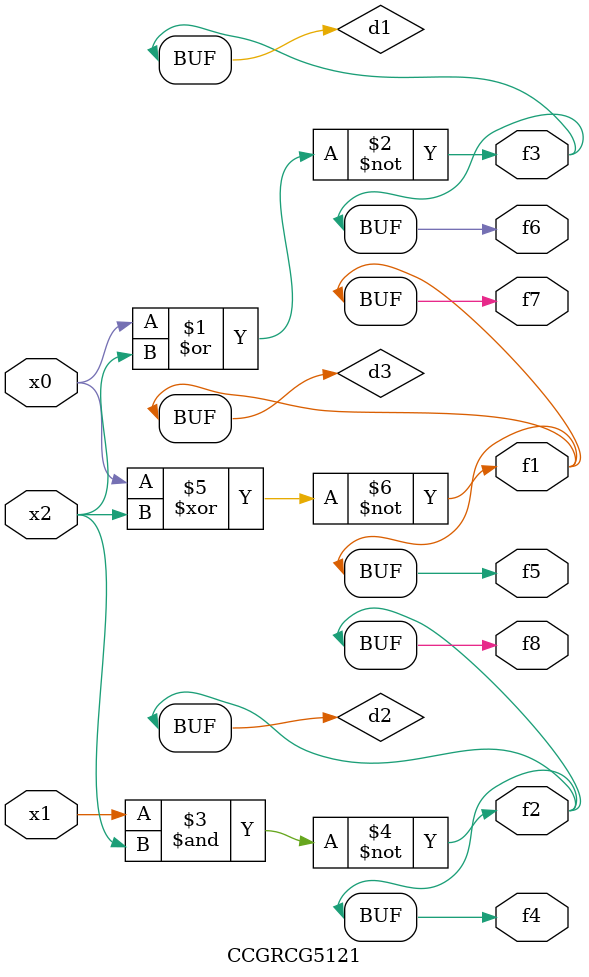
<source format=v>
module CCGRCG5121(
	input x0, x1, x2,
	output f1, f2, f3, f4, f5, f6, f7, f8
);

	wire d1, d2, d3;

	nor (d1, x0, x2);
	nand (d2, x1, x2);
	xnor (d3, x0, x2);
	assign f1 = d3;
	assign f2 = d2;
	assign f3 = d1;
	assign f4 = d2;
	assign f5 = d3;
	assign f6 = d1;
	assign f7 = d3;
	assign f8 = d2;
endmodule

</source>
